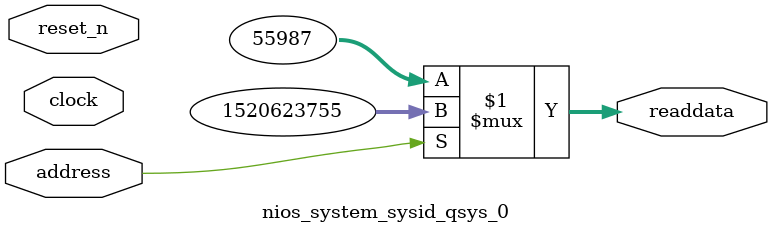
<source format=v>



// synthesis translate_off
`timescale 1ns / 1ps
// synthesis translate_on

// turn off superfluous verilog processor warnings 
// altera message_level Level1 
// altera message_off 10034 10035 10036 10037 10230 10240 10030 

module nios_system_sysid_qsys_0 (
               // inputs:
                address,
                clock,
                reset_n,

               // outputs:
                readdata
             )
;

  output  [ 31: 0] readdata;
  input            address;
  input            clock;
  input            reset_n;

  wire    [ 31: 0] readdata;
  //control_slave, which is an e_avalon_slave
  assign readdata = address ? 1520623755 : 55987;

endmodule



</source>
